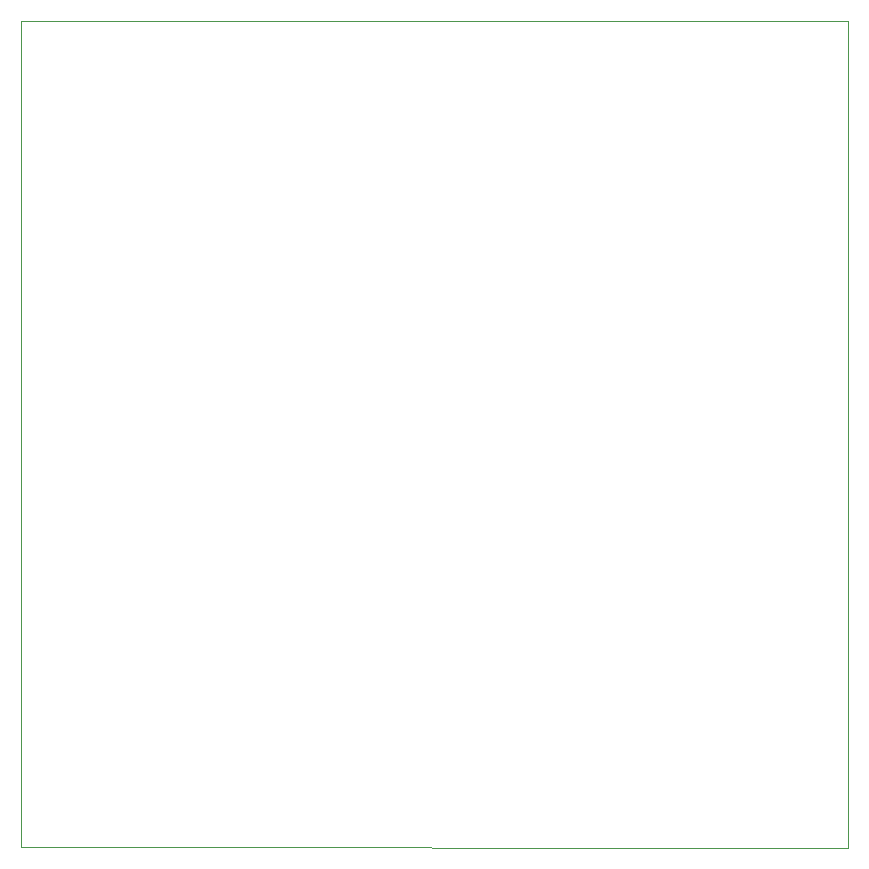
<source format=gbr>
%TF.GenerationSoftware,KiCad,Pcbnew,(5.1.12-1-10_14)*%
%TF.CreationDate,2021-12-21T21:30:39-06:00*%
%TF.ProjectId,Weather,57656174-6865-4722-9e6b-696361645f70,rev?*%
%TF.SameCoordinates,Original*%
%TF.FileFunction,Profile,NP*%
%FSLAX46Y46*%
G04 Gerber Fmt 4.6, Leading zero omitted, Abs format (unit mm)*
G04 Created by KiCad (PCBNEW (5.1.12-1-10_14)) date 2021-12-21 21:30:39*
%MOMM*%
%LPD*%
G01*
G04 APERTURE LIST*
%TA.AperFunction,Profile*%
%ADD10C,0.050000*%
%TD*%
G04 APERTURE END LIST*
D10*
X105000000Y-135000000D02*
X105000000Y-65000000D01*
X175000000Y-135049400D02*
X105000000Y-135000000D01*
X175000000Y-65049400D02*
X105000000Y-65000000D01*
X175000000Y-135049400D02*
X175000000Y-65049400D01*
M02*

</source>
